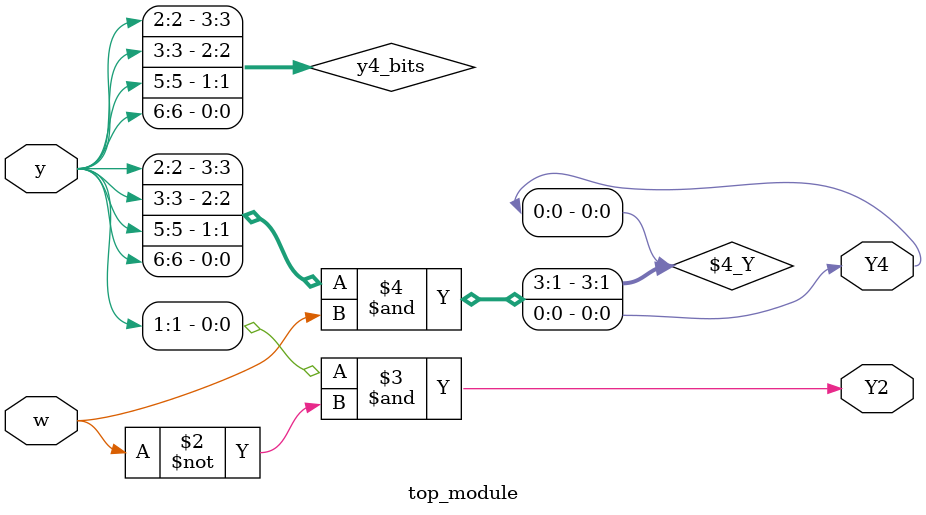
<source format=sv>
module top_module (
	input [6:1] y,
	input w,
	output reg Y2,
	output reg Y4
);

	wire [3:0] y4_bits;
	
	assign y4_bits = {y[2], y[3], y[5], y[6]};
	
	always @* begin
		Y2 = y[1] & ~w;
		Y4 = y4_bits & w;
	end
	
endmodule

</source>
